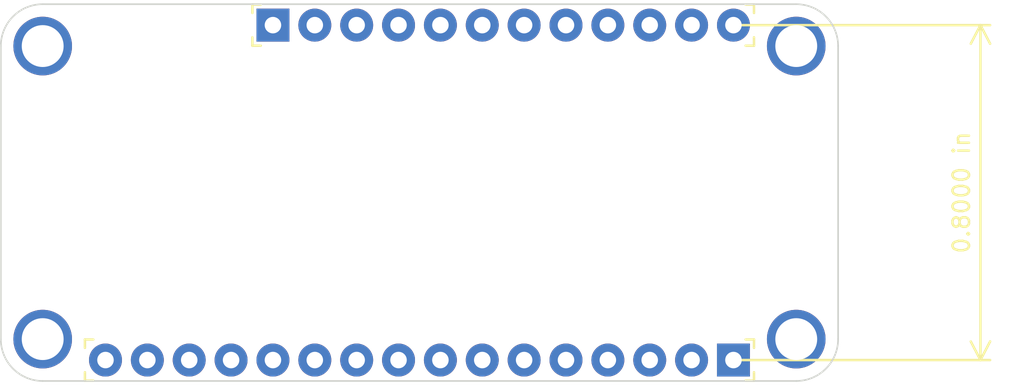
<source format=kicad_pcb>
(kicad_pcb (version 20171130) (host pcbnew 5.1.2-f72e74a~84~ubuntu18.04.1)

  (general
    (thickness 1.6)
    (drawings 9)
    (tracks 0)
    (zones 0)
    (modules 3)
    (nets 29)
  )

  (page USLetter)
  (title_block
    (date "sam. 04 avril 2015")
  )

  (layers
    (0 F.Cu signal)
    (31 B.Cu signal)
    (32 B.Adhes user)
    (33 F.Adhes user)
    (34 B.Paste user)
    (35 F.Paste user)
    (36 B.SilkS user)
    (37 F.SilkS user)
    (38 B.Mask user)
    (39 F.Mask user)
    (40 Dwgs.User user)
    (41 Cmts.User user)
    (42 Eco1.User user)
    (43 Eco2.User user)
    (44 Edge.Cuts user)
    (45 Margin user)
    (46 B.CrtYd user)
    (47 F.CrtYd user)
    (48 B.Fab user)
    (49 F.Fab user)
  )

  (setup
    (last_trace_width 0.25)
    (trace_clearance 0.2)
    (zone_clearance 0.508)
    (zone_45_only no)
    (trace_min 0.2)
    (via_size 0.6)
    (via_drill 0.4)
    (via_min_size 0.4)
    (via_min_drill 0.3)
    (uvia_size 0.3)
    (uvia_drill 0.1)
    (uvias_allowed no)
    (uvia_min_size 0.2)
    (uvia_min_drill 0.1)
    (edge_width 0.1)
    (segment_width 0.15)
    (pcb_text_width 0.3)
    (pcb_text_size 1.5 1.5)
    (mod_edge_width 0.15)
    (mod_text_size 1 1)
    (mod_text_width 0.15)
    (pad_size 1.5 1.5)
    (pad_drill 0.6)
    (pad_to_mask_clearance 0)
    (aux_axis_origin 137.16 114.3)
    (visible_elements 7FFFFFFF)
    (pcbplotparams
      (layerselection 0x00030_80000001)
      (usegerberextensions false)
      (usegerberattributes false)
      (usegerberadvancedattributes false)
      (creategerberjobfile false)
      (excludeedgelayer true)
      (linewidth 0.100000)
      (plotframeref false)
      (viasonmask false)
      (mode 1)
      (useauxorigin false)
      (hpglpennumber 1)
      (hpglpenspeed 20)
      (hpglpendiameter 15.000000)
      (psnegative false)
      (psa4output false)
      (plotreference true)
      (plotvalue true)
      (plotinvisibletext false)
      (padsonsilk false)
      (subtractmaskfromsilk false)
      (outputformat 1)
      (mirror false)
      (drillshape 1)
      (scaleselection 1)
      (outputdirectory ""))
  )

  (net 0 "")
  (net 1 GND)
  (net 2 VCC)
  (net 3 /A5)
  (net 4 /A4)
  (net 5 /A3)
  (net 6 /A2)
  (net 7 /A1)
  (net 8 /A0)
  (net 9 /MOSI)
  (net 10 /SCK)
  (net 11 /MISO)
  (net 12 /D0)
  (net 13 /D1)
  (net 14 "Net-(JP1-Pad1)")
  (net 15 /AREF)
  (net 16 /~RESET)
  (net 17 /SCI)
  (net 18 /SDA)
  (net 19 /D5)
  (net 20 /D6)
  (net 21 /D9)
  (net 22 /D12)
  (net 23 /D11)
  (net 24 /D10)
  (net 25 /D13)
  (net 26 /VUSB)
  (net 27 /EN)
  (net 28 /VBAT)

  (net_class Default "This is the default net class."
    (clearance 0.2)
    (trace_width 0.25)
    (via_dia 0.6)
    (via_drill 0.4)
    (uvia_dia 0.3)
    (uvia_drill 0.1)
    (add_net /A0)
    (add_net /A1)
    (add_net /A2)
    (add_net /A3)
    (add_net /A4)
    (add_net /A5)
    (add_net /AREF)
    (add_net /D0)
    (add_net /D1)
    (add_net /D10)
    (add_net /D11)
    (add_net /D12)
    (add_net /D13)
    (add_net /D5)
    (add_net /D6)
    (add_net /D9)
    (add_net /EN)
    (add_net /MISO)
    (add_net /MOSI)
    (add_net /SCI)
    (add_net /SCK)
    (add_net /SDA)
    (add_net /VBAT)
    (add_net /VUSB)
    (add_net /~RESET)
    (add_net GND)
    (add_net "Net-(JP1-Pad1)")
    (add_net VCC)
  )

  (module Adafruit_FeatherWing:Conn_PinHeader_1x16 (layer F.Cu) (tedit 58EF1B8A) (tstamp 58EF1DFE)
    (at 137.16 124.46 180)
    (path /56D755F3)
    (fp_text reference JP1 (at 0 0.508) (layer F.Fab)
      (effects (font (size 0.6 0.6) (thickness 0.1)))
    )
    (fp_text value PinHeader_01x16_2.54mm (at 0 -0.508) (layer F.Fab)
      (effects (font (size 0.6 0.5) (thickness 0.1)))
    )
    (fp_text user %R (at 0 0) (layer Eco1.User)
      (effects (font (size 0.3 0.3) (thickness 0.03)))
    )
    (fp_line (start 20.58 1.5) (end -20.58 1.5) (layer F.CrtYd) (width 0.05))
    (fp_line (start -20.58 -1.5) (end 20.58 -1.5) (layer F.CrtYd) (width 0.05))
    (fp_line (start -20.58 -1.5) (end -20.58 1.5) (layer F.CrtYd) (width 0.05))
    (fp_line (start 20.58 1.5) (end 20.58 -1.5) (layer F.CrtYd) (width 0.05))
    (fp_line (start 20.297 0.739) (end 20.297 1.247) (layer F.SilkS) (width 0.15))
    (fp_line (start -20.297 0.739) (end -20.297 1.247) (layer F.SilkS) (width 0.15))
    (fp_line (start -20.297 -1.247) (end -20.297 -0.739) (layer F.SilkS) (width 0.15))
    (fp_line (start 19.789 1.247) (end 20.297 1.247) (layer F.SilkS) (width 0.15))
    (fp_line (start -20.297 1.247) (end -19.789 1.247) (layer F.SilkS) (width 0.15))
    (fp_line (start 19.789 -1.247) (end 20.297 -1.247) (layer F.SilkS) (width 0.15))
    (fp_line (start -20.297 -1.247) (end -19.789 -1.247) (layer F.SilkS) (width 0.15))
    (fp_line (start 20.297 -1.247) (end 20.297 -0.739) (layer F.SilkS) (width 0.15))
    (fp_line (start -20.32 -1.27) (end 20.32 -1.27) (layer F.Fab) (width 0.05))
    (fp_line (start 20.32 -1.27) (end 20.32 1.27) (layer F.Fab) (width 0.05))
    (fp_line (start -20.32 1.27) (end 20.32 1.27) (layer F.Fab) (width 0.05))
    (fp_line (start -20.32 1.27) (end -20.32 -1.27) (layer F.Fab) (width 0.05))
    (pad 11 thru_hole circle (at 6.35 0 180) (size 2 2) (drill 1) (layers *.Cu *.Mask)
      (net 7 /A1))
    (pad 12 thru_hole circle (at 8.89 0 180) (size 2 2) (drill 1) (layers *.Cu *.Mask)
      (net 8 /A0))
    (pad 10 thru_hole circle (at 3.81 0 180) (size 2 2) (drill 1) (layers *.Cu *.Mask)
      (net 6 /A2))
    (pad 9 thru_hole circle (at 1.27 0 180) (size 2 2) (drill 1) (layers *.Cu *.Mask)
      (net 5 /A3))
    (pad 8 thru_hole circle (at -1.27 0 180) (size 2 2) (drill 1) (layers *.Cu *.Mask)
      (net 4 /A4))
    (pad 5 thru_hole circle (at -8.89 0 180) (size 2 2) (drill 1) (layers *.Cu *.Mask)
      (net 9 /MOSI))
    (pad 6 thru_hole circle (at -6.35 0 180) (size 2 2) (drill 1) (layers *.Cu *.Mask)
      (net 10 /SCK))
    (pad 7 thru_hole circle (at -3.81 0 180) (size 2 2) (drill 1) (layers *.Cu *.Mask)
      (net 3 /A5))
    (pad 4 thru_hole circle (at -11.43 0 180) (size 2 2) (drill 1) (layers *.Cu *.Mask)
      (net 11 /MISO))
    (pad 3 thru_hole circle (at -13.97 0 180) (size 2 2) (drill 1) (layers *.Cu *.Mask)
      (net 12 /D0))
    (pad 2 thru_hole circle (at -16.51 0 180) (size 2 2) (drill 1) (layers *.Cu *.Mask)
      (net 13 /D1))
    (pad 1 thru_hole rect (at -19.05 0 180) (size 2 2) (drill 1) (layers *.Cu *.Mask)
      (net 14 "Net-(JP1-Pad1)"))
    (pad 13 thru_hole circle (at 11.43 0 180) (size 2 2) (drill 1) (layers *.Cu *.Mask)
      (net 1 GND))
    (pad 14 thru_hole circle (at 13.97 0 180) (size 2 2) (drill 1) (layers *.Cu *.Mask)
      (net 15 /AREF))
    (pad 15 thru_hole circle (at 16.51 0 180) (size 2 2) (drill 1) (layers *.Cu *.Mask)
      (net 2 VCC))
    (pad 16 thru_hole circle (at 19.05 0 180) (size 2 2) (drill 1) (layers *.Cu *.Mask)
      (net 16 /~RESET))
  )

  (module Adafruit_FeatherWing:Conn_PinHeader_1x12 (layer F.Cu) (tedit 56B1F058) (tstamp 58EF1E1F)
    (at 142.24 104.14)
    (path /56D754D1)
    (fp_text reference JP3 (at 0 0.6 180) (layer F.Fab)
      (effects (font (size 0.6 0.6) (thickness 0.1)))
    )
    (fp_text value PinHeader_01x12_2.54mm (at 0 -0.5 180) (layer F.Fab)
      (effects (font (size 0.6 0.5) (thickness 0.1)))
    )
    (fp_text user %R (at 0 0 180) (layer Eco1.User)
      (effects (font (size 0.3 0.3) (thickness 0.03)))
    )
    (fp_line (start 15.5 1.5) (end -15.5 1.5) (layer F.CrtYd) (width 0.05))
    (fp_line (start -15.5 -1.5) (end 15.5 -1.5) (layer F.CrtYd) (width 0.05))
    (fp_line (start -15.5 -1.5) (end -15.5 1.5) (layer F.CrtYd) (width 0.05))
    (fp_line (start 15.5 1.5) (end 15.5 -1.5) (layer F.CrtYd) (width 0.05))
    (fp_line (start 15.217 0.739) (end 15.217 1.247) (layer F.SilkS) (width 0.15))
    (fp_line (start -15.217 0.739) (end -15.217 1.247) (layer F.SilkS) (width 0.15))
    (fp_line (start -15.217 -1.247) (end -15.217 -0.739) (layer F.SilkS) (width 0.15))
    (fp_line (start 14.709 1.247) (end 15.217 1.247) (layer F.SilkS) (width 0.15))
    (fp_line (start -15.217 1.247) (end -14.709 1.247) (layer F.SilkS) (width 0.15))
    (fp_line (start 14.709 -1.247) (end 15.217 -1.247) (layer F.SilkS) (width 0.15))
    (fp_line (start -15.217 -1.247) (end -14.709 -1.247) (layer F.SilkS) (width 0.15))
    (fp_line (start 15.217 -1.247) (end 15.217 -0.739) (layer F.SilkS) (width 0.15))
    (fp_line (start -15.24 -1.27) (end 15.24 -1.27) (layer F.Fab) (width 0.05))
    (fp_line (start 15.24 -1.27) (end 15.24 1.27) (layer F.Fab) (width 0.05))
    (fp_line (start -15.24 1.27) (end 15.24 1.27) (layer F.Fab) (width 0.05))
    (fp_line (start -15.24 1.27) (end -15.24 -1.27) (layer F.Fab) (width 0.05))
    (pad 11 thru_hole circle (at 11.43 0) (size 2 2) (drill 1) (layers *.Cu *.Mask)
      (net 17 /SCI))
    (pad 12 thru_hole circle (at 13.97 0) (size 2 2) (drill 1) (layers *.Cu *.Mask)
      (net 18 /SDA))
    (pad 10 thru_hole circle (at 8.89 0) (size 2 2) (drill 1) (layers *.Cu *.Mask)
      (net 19 /D5))
    (pad 9 thru_hole circle (at 6.35 0) (size 2 2) (drill 1) (layers *.Cu *.Mask)
      (net 20 /D6))
    (pad 8 thru_hole circle (at 3.81 0) (size 2 2) (drill 1) (layers *.Cu *.Mask)
      (net 21 /D9))
    (pad 5 thru_hole circle (at -3.81 0) (size 2 2) (drill 1) (layers *.Cu *.Mask)
      (net 22 /D12))
    (pad 6 thru_hole circle (at -1.27 0) (size 2 2) (drill 1) (layers *.Cu *.Mask)
      (net 23 /D11))
    (pad 7 thru_hole circle (at 1.27 0) (size 2 2) (drill 1) (layers *.Cu *.Mask)
      (net 24 /D10))
    (pad 4 thru_hole circle (at -6.35 0) (size 2 2) (drill 1) (layers *.Cu *.Mask)
      (net 25 /D13))
    (pad 3 thru_hole circle (at -8.89 0) (size 2 2) (drill 1) (layers *.Cu *.Mask)
      (net 26 /VUSB))
    (pad 2 thru_hole circle (at -11.43 0) (size 2 2) (drill 1) (layers *.Cu *.Mask)
      (net 27 /EN))
    (pad 1 thru_hole rect (at -13.97 0) (size 2 2) (drill 1) (layers *.Cu *.Mask)
      (net 28 /VBAT))
  )

  (module Adafruit_FeatherWing:PCB_FeatherWing (layer F.Cu) (tedit 58EF14C7) (tstamp 58EF202D)
    (at 137.16 114.3)
    (fp_text reference PCB** (at 0 1) (layer F.Fab)
      (effects (font (size 0.6 0.6) (thickness 0.1)))
    )
    (fp_text value VAL** (at 0 0 180) (layer F.Fab)
      (effects (font (size 0.6 0.5) (thickness 0.1)))
    )
    (fp_text user 12 (at -8.89 -10.922) (layer Cmts.User)
      (effects (font (size 0.3 0.25) (thickness 0.03)))
    )
    (fp_text user 11 (at -6.35 -10.922) (layer Cmts.User)
      (effects (font (size 0.3 0.25) (thickness 0.03)))
    )
    (fp_text user 10 (at -3.81 -10.922) (layer Cmts.User)
      (effects (font (size 0.3 0.25) (thickness 0.03)))
    )
    (fp_text user 9 (at -1.27 -10.922) (layer Cmts.User)
      (effects (font (size 0.3 0.25) (thickness 0.03)))
    )
    (fp_text user 8 (at 1.27 -10.922) (layer Cmts.User)
      (effects (font (size 0.3 0.25) (thickness 0.03)))
    )
    (fp_text user 7 (at 3.81 -10.922) (layer Cmts.User)
      (effects (font (size 0.3 0.25) (thickness 0.03)))
    )
    (fp_text user 6 (at 6.35 -10.922) (layer Cmts.User)
      (effects (font (size 0.3 0.25) (thickness 0.03)))
    )
    (fp_text user 5 (at 8.89 -10.922) (layer Cmts.User)
      (effects (font (size 0.3 0.25) (thickness 0.03)))
    )
    (fp_text user 4 (at 11.43 -10.922) (layer Cmts.User)
      (effects (font (size 0.3 0.25) (thickness 0.03)))
    )
    (fp_text user 3 (at 13.97 -10.922) (layer Cmts.User)
      (effects (font (size 0.3 0.25) (thickness 0.03)))
    )
    (fp_text user 2 (at 16.51 -10.922) (layer Cmts.User)
      (effects (font (size 0.3 0.25) (thickness 0.03)))
    )
    (fp_text user 1 (at 19.05 -10.922) (layer Cmts.User)
      (effects (font (size 0.3 0.25) (thickness 0.03)))
    )
    (fp_text user 16 (at -19.05 10.922) (layer Cmts.User)
      (effects (font (size 0.3 0.25) (thickness 0.03)))
    )
    (fp_text user 15 (at -16.51 10.922) (layer Cmts.User)
      (effects (font (size 0.3 0.25) (thickness 0.03)))
    )
    (fp_text user 14 (at -13.97 10.922) (layer Cmts.User)
      (effects (font (size 0.3 0.25) (thickness 0.03)))
    )
    (fp_text user 13 (at -11.43 10.922) (layer Cmts.User)
      (effects (font (size 0.3 0.25) (thickness 0.03)))
    )
    (fp_text user 12 (at -8.89 10.922) (layer Cmts.User)
      (effects (font (size 0.3 0.25) (thickness 0.03)))
    )
    (fp_text user 11 (at -6.35 10.922) (layer Cmts.User)
      (effects (font (size 0.3 0.25) (thickness 0.03)))
    )
    (fp_text user 10 (at -3.81 10.922) (layer Cmts.User)
      (effects (font (size 0.3 0.25) (thickness 0.03)))
    )
    (fp_text user 9 (at -1.27 10.922) (layer Cmts.User)
      (effects (font (size 0.3 0.25) (thickness 0.03)))
    )
    (fp_text user 8 (at 1.27 10.922) (layer Cmts.User)
      (effects (font (size 0.3 0.25) (thickness 0.03)))
    )
    (fp_text user 7 (at 3.81 10.922) (layer Cmts.User)
      (effects (font (size 0.3 0.25) (thickness 0.03)))
    )
    (fp_text user 6 (at 6.35 10.922) (layer Cmts.User)
      (effects (font (size 0.3 0.25) (thickness 0.03)))
    )
    (fp_text user 5 (at 8.89 10.922) (layer Cmts.User)
      (effects (font (size 0.3 0.25) (thickness 0.03)))
    )
    (fp_text user 4 (at 11.43 10.922) (layer Cmts.User)
      (effects (font (size 0.3 0.25) (thickness 0.03)))
    )
    (fp_text user 3 (at 13.97 10.922) (layer Cmts.User)
      (effects (font (size 0.3 0.25) (thickness 0.03)))
    )
    (fp_text user 2 (at 16.51 10.922) (layer Cmts.User)
      (effects (font (size 0.3 0.25) (thickness 0.03)))
    )
    (fp_circle (center -8.89 -10.16) (end -8.382 -10.16) (layer Cmts.User) (width 0.05))
    (fp_circle (center -6.35 -10.16) (end -5.842 -10.16) (layer Cmts.User) (width 0.05))
    (fp_circle (center -3.81 -10.16) (end -3.302 -10.16) (layer Cmts.User) (width 0.05))
    (fp_circle (center -1.27 -10.16) (end -0.762 -10.16) (layer Cmts.User) (width 0.05))
    (fp_circle (center 1.27 -10.16) (end 1.778 -10.16) (layer Cmts.User) (width 0.05))
    (fp_circle (center 3.81 -10.16) (end 4.318 -10.16) (layer Cmts.User) (width 0.05))
    (fp_circle (center 6.35 -10.16) (end 6.858 -10.16) (layer Cmts.User) (width 0.05))
    (fp_circle (center 8.89 -10.16) (end 9.398 -10.16) (layer Cmts.User) (width 0.05))
    (fp_circle (center 11.43 -10.16) (end 11.938 -10.16) (layer Cmts.User) (width 0.05))
    (fp_circle (center 13.97 -10.16) (end 14.478 -10.16) (layer Cmts.User) (width 0.05))
    (fp_circle (center 16.51 -10.16) (end 17.018 -10.16) (layer Cmts.User) (width 0.05))
    (fp_circle (center 19.05 -10.16) (end 19.558 -10.16) (layer Cmts.User) (width 0.05))
    (fp_circle (center -19.05 10.16) (end -18.542 10.16) (layer Cmts.User) (width 0.05))
    (fp_circle (center -16.51 10.16) (end -16.002 10.16) (layer Cmts.User) (width 0.05))
    (fp_circle (center -13.97 10.16) (end -13.462 10.16) (layer Cmts.User) (width 0.05))
    (fp_circle (center -11.43 10.16) (end -10.922 10.16) (layer Cmts.User) (width 0.05))
    (fp_circle (center -8.89 10.16) (end -8.382 10.16) (layer Cmts.User) (width 0.05))
    (fp_circle (center -6.35 10.16) (end -5.842 10.16) (layer Cmts.User) (width 0.05))
    (fp_circle (center -3.81 10.16) (end -3.302 10.16) (layer Cmts.User) (width 0.05))
    (fp_circle (center -1.27 10.16) (end -0.762 10.16) (layer Cmts.User) (width 0.05))
    (fp_circle (center 1.27 10.16) (end 1.778 10.16) (layer Cmts.User) (width 0.05))
    (fp_circle (center 3.81 10.16) (end 4.318 10.16) (layer Cmts.User) (width 0.05))
    (fp_circle (center 6.35 10.16) (end 6.858 10.16) (layer Cmts.User) (width 0.05))
    (fp_circle (center 8.89 10.16) (end 9.398 10.16) (layer Cmts.User) (width 0.05))
    (fp_circle (center 11.43 10.16) (end 11.938 10.16) (layer Cmts.User) (width 0.05))
    (fp_circle (center 13.97 10.16) (end 14.478 10.16) (layer Cmts.User) (width 0.05))
    (fp_circle (center 16.51 10.16) (end 17.018 10.16) (layer Cmts.User) (width 0.05))
    (fp_line (start -9.398 -9.652) (end -8.382 -10.668) (layer Cmts.User) (width 0.05))
    (fp_line (start -6.858 -9.652) (end -5.842 -10.668) (layer Cmts.User) (width 0.05))
    (fp_line (start -4.318 -9.652) (end -3.302 -10.668) (layer Cmts.User) (width 0.05))
    (fp_line (start -1.778 -9.652) (end -0.762 -10.668) (layer Cmts.User) (width 0.05))
    (fp_line (start 0.762 -9.652) (end 1.778 -10.668) (layer Cmts.User) (width 0.05))
    (fp_line (start 3.302 -9.652) (end 4.318 -10.668) (layer Cmts.User) (width 0.05))
    (fp_line (start 5.842 -9.652) (end 6.858 -10.668) (layer Cmts.User) (width 0.05))
    (fp_line (start 8.382 -9.652) (end 9.398 -10.668) (layer Cmts.User) (width 0.05))
    (fp_line (start 10.922 -9.652) (end 11.938 -10.668) (layer Cmts.User) (width 0.05))
    (fp_line (start 13.462 -9.652) (end 14.478 -10.668) (layer Cmts.User) (width 0.05))
    (fp_line (start 16.002 -9.652) (end 17.018 -10.668) (layer Cmts.User) (width 0.05))
    (fp_line (start 18.542 -9.652) (end 19.558 -10.668) (layer Cmts.User) (width 0.05))
    (fp_line (start -19.558 10.668) (end -18.542 9.652) (layer Cmts.User) (width 0.05))
    (fp_line (start -17.018 10.668) (end -16.002 9.652) (layer Cmts.User) (width 0.05))
    (fp_line (start -14.478 10.668) (end -13.462 9.652) (layer Cmts.User) (width 0.05))
    (fp_line (start -11.938 10.668) (end -10.922 9.652) (layer Cmts.User) (width 0.05))
    (fp_line (start -9.398 10.668) (end -8.382 9.652) (layer Cmts.User) (width 0.05))
    (fp_line (start -6.858 10.668) (end -5.842 9.652) (layer Cmts.User) (width 0.05))
    (fp_line (start -4.318 10.668) (end -3.302 9.652) (layer Cmts.User) (width 0.05))
    (fp_line (start -1.778 10.668) (end -0.762 9.652) (layer Cmts.User) (width 0.05))
    (fp_line (start 0.762 10.668) (end 1.778 9.652) (layer Cmts.User) (width 0.05))
    (fp_line (start 3.302 10.668) (end 4.318 9.652) (layer Cmts.User) (width 0.05))
    (fp_line (start 5.842 10.668) (end 6.858 9.652) (layer Cmts.User) (width 0.05))
    (fp_line (start 8.382 10.668) (end 9.398 9.652) (layer Cmts.User) (width 0.05))
    (fp_line (start 10.922 10.668) (end 11.938 9.652) (layer Cmts.User) (width 0.05))
    (fp_line (start 13.462 10.668) (end 14.478 9.652) (layer Cmts.User) (width 0.05))
    (fp_line (start 16.002 10.668) (end 17.018 9.652) (layer Cmts.User) (width 0.05))
    (fp_line (start -9.398 -10.668) (end -8.382 -9.652) (layer Cmts.User) (width 0.05))
    (fp_line (start -6.858 -10.668) (end -5.842 -9.652) (layer Cmts.User) (width 0.05))
    (fp_line (start -4.318 -10.668) (end -3.302 -9.652) (layer Cmts.User) (width 0.05))
    (fp_line (start -1.778 -10.668) (end -0.762 -9.652) (layer Cmts.User) (width 0.05))
    (fp_line (start 0.762 -10.668) (end 1.778 -9.652) (layer Cmts.User) (width 0.05))
    (fp_line (start 3.302 -10.668) (end 4.318 -9.652) (layer Cmts.User) (width 0.05))
    (fp_line (start 5.842 -10.668) (end 6.858 -9.652) (layer Cmts.User) (width 0.05))
    (fp_line (start 8.382 -10.668) (end 9.398 -9.652) (layer Cmts.User) (width 0.05))
    (fp_line (start 10.922 -10.668) (end 11.938 -9.652) (layer Cmts.User) (width 0.05))
    (fp_line (start 13.462 -10.668) (end 14.478 -9.652) (layer Cmts.User) (width 0.05))
    (fp_line (start 16.002 -10.668) (end 17.018 -9.652) (layer Cmts.User) (width 0.05))
    (fp_line (start 18.542 -10.668) (end 19.558 -9.652) (layer Cmts.User) (width 0.05))
    (fp_line (start -19.558 9.652) (end -18.542 10.668) (layer Cmts.User) (width 0.05))
    (fp_line (start -17.018 9.652) (end -16.002 10.668) (layer Cmts.User) (width 0.05))
    (fp_line (start -14.478 9.652) (end -13.462 10.668) (layer Cmts.User) (width 0.05))
    (fp_line (start -11.938 9.652) (end -10.922 10.668) (layer Cmts.User) (width 0.05))
    (fp_line (start -9.398 9.652) (end -8.382 10.668) (layer Cmts.User) (width 0.05))
    (fp_line (start -6.858 9.652) (end -5.842 10.668) (layer Cmts.User) (width 0.05))
    (fp_line (start -4.318 9.652) (end -3.302 10.668) (layer Cmts.User) (width 0.05))
    (fp_line (start -1.778 9.652) (end -0.762 10.668) (layer Cmts.User) (width 0.05))
    (fp_line (start 0.762 9.652) (end 1.778 10.668) (layer Cmts.User) (width 0.05))
    (fp_line (start 3.302 9.652) (end 4.318 10.668) (layer Cmts.User) (width 0.05))
    (fp_line (start 5.842 9.652) (end 6.858 10.668) (layer Cmts.User) (width 0.05))
    (fp_line (start 8.382 9.652) (end 9.398 10.668) (layer Cmts.User) (width 0.05))
    (fp_line (start 10.922 9.652) (end 11.938 10.668) (layer Cmts.User) (width 0.05))
    (fp_line (start 13.462 9.652) (end 14.478 10.668) (layer Cmts.User) (width 0.05))
    (fp_line (start 16.002 9.652) (end 17.018 10.668) (layer Cmts.User) (width 0.05))
    (fp_text user 1 (at 19.05 10.922) (layer Cmts.User)
      (effects (font (size 0.3 0.25) (thickness 0.03)))
    )
    (fp_line (start 18.542 9.652) (end 19.558 10.668) (layer Cmts.User) (width 0.05))
    (fp_line (start 18.542 10.668) (end 19.558 9.652) (layer Cmts.User) (width 0.05))
    (fp_circle (center 19.05 10.16) (end 19.558 10.16) (layer Cmts.User) (width 0.05))
    (fp_line (start 22.86 -11.43) (end -22.86 -11.43) (layer Dwgs.User) (width 0.05))
    (fp_line (start 25.4 8.89) (end 25.4 -8.89) (layer Dwgs.User) (width 0.05))
    (fp_line (start -22.86 11.43) (end 22.86 11.43) (layer Dwgs.User) (width 0.05))
    (fp_line (start -25.4 -8.89) (end -25.4 8.89) (layer Dwgs.User) (width 0.05))
    (fp_arc (start 22.86 -8.89) (end 22.86 -11.43) (angle 90) (layer Dwgs.User) (width 0.05))
    (fp_arc (start 22.86 8.89) (end 22.86 11.43) (angle -88.9) (layer Dwgs.User) (width 0.05))
    (fp_arc (start -22.86 8.89) (end -22.86 11.43) (angle 90) (layer Dwgs.User) (width 0.05))
    (fp_arc (start -22.86 -8.89) (end -25.4 -8.89) (angle 90) (layer Dwgs.User) (width 0.05))
    (fp_text user %R (at 17.78 8.89 180) (layer Eco1.User)
      (effects (font (size 0.3 0.3) (thickness 0.03)))
    )
    (pad "" np_thru_hole circle (at 22.86 8.89) (size 3.556 3.556) (drill 2.54) (layers *.Cu *.Mask))
    (pad "" np_thru_hole circle (at -22.86 8.89) (size 3.556 3.556) (drill 2.54) (layers *.Cu *.Mask))
    (pad "" np_thru_hole circle (at 22.86 -8.89) (size 3.556 3.556) (drill 2.54) (layers *.Cu *.Mask))
    (pad "" np_thru_hole circle (at -22.86 -8.89) (size 3.556 3.556) (drill 2.54) (layers *.Cu *.Mask))
  )

  (dimension 20.32 (width 0.15) (layer F.SilkS)
    (gr_text "20.320 mm" (at 172.496 114.3 270) (layer F.SilkS)
      (effects (font (size 1 1) (thickness 0.15)))
    )
    (feature1 (pts (xy 156.21 124.46) (xy 171.782421 124.46)))
    (feature2 (pts (xy 156.21 104.14) (xy 171.782421 104.14)))
    (crossbar (pts (xy 171.196 104.14) (xy 171.196 124.46)))
    (arrow1a (pts (xy 171.196 124.46) (xy 170.609579 123.333496)))
    (arrow1b (pts (xy 171.196 124.46) (xy 171.782421 123.333496)))
    (arrow2a (pts (xy 171.196 104.14) (xy 170.609579 105.266504)))
    (arrow2b (pts (xy 171.196 104.14) (xy 171.782421 105.266504)))
  )
  (gr_arc (start 114.3 123.19) (end 114.3 125.73) (angle 90) (layer Edge.Cuts) (width 0.1))
  (gr_arc (start 114.3 105.41) (end 111.76 105.41) (angle 90) (layer Edge.Cuts) (width 0.1))
  (gr_arc (start 160.02 105.41) (end 160.02 102.87) (angle 90) (layer Edge.Cuts) (width 0.1))
  (gr_arc (start 160.02 123.19) (end 162.56 123.19) (angle 90) (layer Edge.Cuts) (width 0.1))
  (gr_line (start 114.3 125.73) (end 160.02 125.73) (angle 90) (layer Edge.Cuts) (width 0.1))
  (gr_line (start 111.76 105.41) (end 111.76 123.19) (angle 90) (layer Edge.Cuts) (width 0.1))
  (gr_line (start 160.02 102.87) (end 114.3 102.87) (angle 90) (layer Edge.Cuts) (width 0.1))
  (gr_line (start 162.56 123.19) (end 162.56 105.41) (angle 90) (layer Edge.Cuts) (width 0.1))

)

</source>
